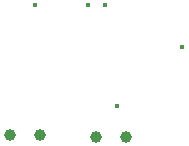
<source format=gbr>
%TF.GenerationSoftware,KiCad,Pcbnew,9.0.4*%
%TF.CreationDate,2025-10-29T17:36:38+05:30*%
%TF.ProjectId,usb_to_3.3v,7573625f-746f-45f3-932e-33762e6b6963,rev?*%
%TF.SameCoordinates,Original*%
%TF.FileFunction,Plated,1,2,PTH,Drill*%
%TF.FilePolarity,Positive*%
%FSLAX46Y46*%
G04 Gerber Fmt 4.6, Leading zero omitted, Abs format (unit mm)*
G04 Created by KiCad (PCBNEW 9.0.4) date 2025-10-29 17:36:38*
%MOMM*%
%LPD*%
G01*
G04 APERTURE LIST*
%TA.AperFunction,ViaDrill*%
%ADD10C,0.400000*%
%TD*%
%TA.AperFunction,ComponentDrill*%
%ADD11C,1.000000*%
%TD*%
G04 APERTURE END LIST*
D10*
X146000000Y-80000000D03*
X150500000Y-80000000D03*
X152000000Y-80000000D03*
X153000000Y-88500000D03*
X158500000Y-83500000D03*
D11*
%TO.C,J3*%
X143960000Y-91000000D03*
X146500000Y-91000000D03*
%TO.C,J4*%
X151235000Y-91115000D03*
X153775000Y-91115000D03*
M02*

</source>
